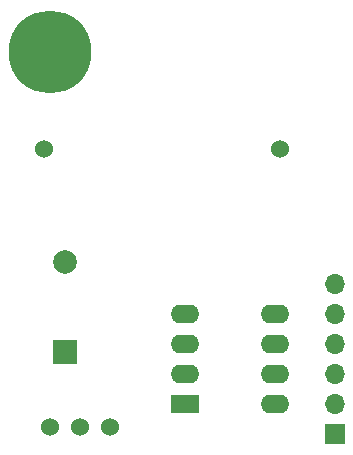
<source format=gbr>
G04 #@! TF.GenerationSoftware,KiCad,Pcbnew,(5.0.2)-1*
G04 #@! TF.CreationDate,2019-05-05T23:25:35-07:00*
G04 #@! TF.ProjectId,pic_beeper,7069635f-6265-4657-9065-722e6b696361,rev?*
G04 #@! TF.SameCoordinates,Original*
G04 #@! TF.FileFunction,Copper,L2,Bot*
G04 #@! TF.FilePolarity,Positive*
%FSLAX46Y46*%
G04 Gerber Fmt 4.6, Leading zero omitted, Abs format (unit mm)*
G04 Created by KiCad (PCBNEW (5.0.2)-1) date 5/5/2019 11:25:35 PM*
%MOMM*%
%LPD*%
G01*
G04 APERTURE LIST*
G04 #@! TA.AperFunction,ComponentPad*
%ADD10C,1.524000*%
G04 #@! TD*
G04 #@! TA.AperFunction,ComponentPad*
%ADD11R,2.000000X2.000000*%
G04 #@! TD*
G04 #@! TA.AperFunction,ComponentPad*
%ADD12C,2.000000*%
G04 #@! TD*
G04 #@! TA.AperFunction,ComponentPad*
%ADD13C,7.000000*%
G04 #@! TD*
G04 #@! TA.AperFunction,ComponentPad*
%ADD14R,2.400000X1.600000*%
G04 #@! TD*
G04 #@! TA.AperFunction,ComponentPad*
%ADD15O,2.400000X1.600000*%
G04 #@! TD*
G04 #@! TA.AperFunction,ComponentPad*
%ADD16R,1.700000X1.700000*%
G04 #@! TD*
G04 #@! TA.AperFunction,ComponentPad*
%ADD17O,1.700000X1.700000*%
G04 #@! TD*
G04 APERTURE END LIST*
D10*
G04 #@! TO.P,BT1,2*
G04 #@! TO.N,-BATT*
X24605000Y-13335000D03*
G04 #@! TO.P,BT1,1*
G04 #@! TO.N,Net-(BT1-Pad1)*
X4605000Y-13335000D03*
G04 #@! TD*
D11*
G04 #@! TO.P,BZ4,1*
G04 #@! TO.N,/BUZZER*
X6350000Y-30480000D03*
D12*
G04 #@! TO.P,BZ4,2*
G04 #@! TO.N,-BATT*
X6350000Y-22880000D03*
G04 #@! TD*
D13*
G04 #@! TO.P,H1,1*
G04 #@! TO.N,-BATT*
X5080000Y-5080000D03*
G04 #@! TD*
D10*
G04 #@! TO.P,SW1,1*
G04 #@! TO.N,+BATT*
X10160000Y-36830000D03*
G04 #@! TO.P,SW1,2*
G04 #@! TO.N,Net-(BT1-Pad1)*
X7620000Y-36830000D03*
G04 #@! TO.P,SW1,3*
G04 #@! TO.N,Net-(SW1-Pad3)*
X5080000Y-36830000D03*
G04 #@! TD*
D14*
G04 #@! TO.P,U1,1*
G04 #@! TO.N,+BATT*
X16510000Y-34925000D03*
D15*
G04 #@! TO.P,U1,5*
G04 #@! TO.N,/BUZZER*
X24130000Y-27305000D03*
G04 #@! TO.P,U1,2*
G04 #@! TO.N,Net-(U1-Pad2)*
X16510000Y-32385000D03*
G04 #@! TO.P,U1,6*
G04 #@! TO.N,/ICSPCLK*
X24130000Y-29845000D03*
G04 #@! TO.P,U1,3*
G04 #@! TO.N,/VPP*
X16510000Y-29845000D03*
G04 #@! TO.P,U1,7*
G04 #@! TO.N,/ICSPDAT*
X24130000Y-32385000D03*
G04 #@! TO.P,U1,4*
G04 #@! TO.N,Net-(U1-Pad4)*
X16510000Y-27305000D03*
G04 #@! TO.P,U1,8*
G04 #@! TO.N,-BATT*
X24130000Y-34925000D03*
G04 #@! TD*
D16*
G04 #@! TO.P,J1,1*
G04 #@! TO.N,/VPP*
X29210000Y-37465000D03*
D17*
G04 #@! TO.P,J1,2*
G04 #@! TO.N,+BATT*
X29210000Y-34925000D03*
G04 #@! TO.P,J1,3*
G04 #@! TO.N,-BATT*
X29210000Y-32385000D03*
G04 #@! TO.P,J1,4*
G04 #@! TO.N,/ICSPDAT*
X29210000Y-29845000D03*
G04 #@! TO.P,J1,5*
G04 #@! TO.N,/ICSPCLK*
X29210000Y-27305000D03*
G04 #@! TO.P,J1,6*
G04 #@! TO.N,Net-(J1-Pad6)*
X29210000Y-24765000D03*
G04 #@! TD*
M02*

</source>
